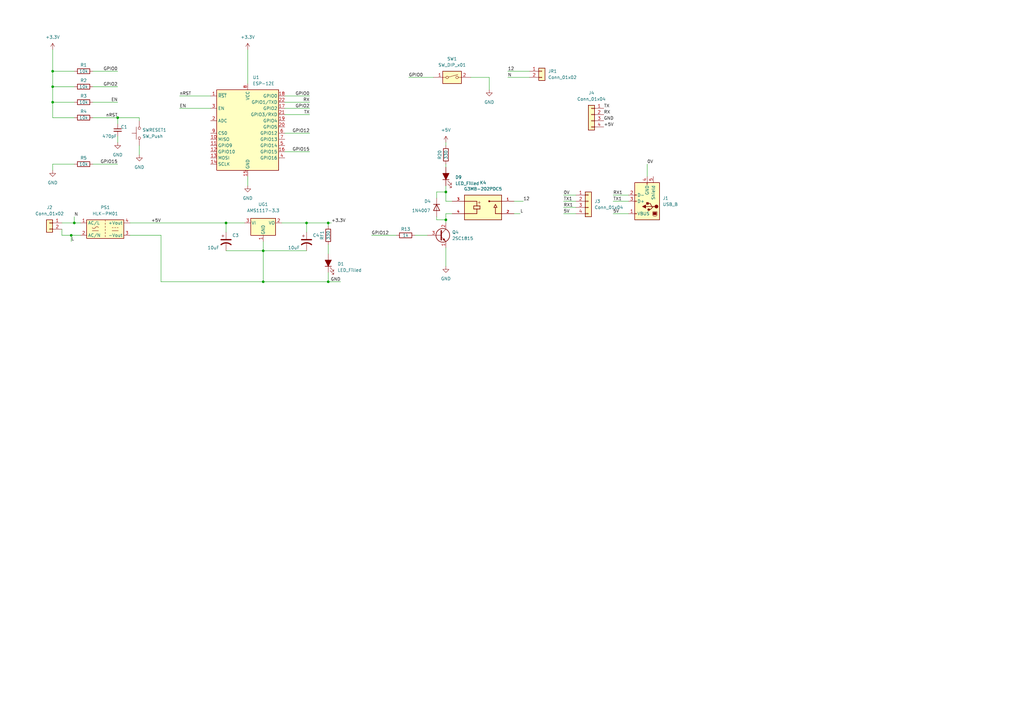
<source format=kicad_sch>
(kicad_sch (version 20211123) (generator eeschema)
  (paper "A3")
  (lib_symbols
    (symbol "Connector:USB_B" (pin_names (offset 1.016))
      (property "Reference" "J" (at -5.08 11.43 0))
      (property "Value" "USB_B" (at -5.08 8.89 0))
      (symbol "USB_B_0_1"
        (rectangle (start -5.08 -7.62) (end 5.08 7.62) (stroke (width 0.254)) (fill (type background)))
        (circle (center -3.81 2.159) (radius 0.635) (stroke (width 0.254)) (fill (type outline)))
        (rectangle (start -3.81 5.588) (end -2.54 4.572) (fill (type outline)))
        (circle (center -0.635 3.429) (radius 0.381) (stroke (width 0.254)) (fill (type outline)))
        (rectangle (start -0.127 -7.62) (end 0.127 -6.858))
        (polyline (pts (xy -1.905 2.159) (xy 0.635 2.159)) (stroke (width 0.254)))
        (polyline (pts (xy -3.175 2.159) (xy -2.54 2.159) (xy -1.27 3.429) (xy -0.635 3.429)) (stroke (width 0.254)))
        (polyline (pts (xy -2.54 2.159) (xy -1.905 2.159) (xy -1.27 0.889) (xy 0 0.889)) (stroke (width 0.254)))
        (polyline (pts (xy 0.635 2.794) (xy 0.635 1.524) (xy 1.905 2.159) (xy 0.635 2.794)) (stroke (width 0.254)) (fill (type outline)))
        (polyline (pts (xy -4.064 4.318) (xy -2.286 4.318) (xy -2.286 5.715) (xy -2.667 6.096) (xy -3.683 6.096) (xy -4.064 5.715) (xy -4.064 4.318)))
        (rectangle (start 0.254 1.27) (end -0.508 0.508) (stroke (width 0.254)) (fill (type outline)))
        (rectangle (start 5.08 -2.667) (end 4.318 -2.413))
        (rectangle (start 5.08 -0.127) (end 4.318 0.127))
        (rectangle (start 5.08 4.953) (end 4.318 5.207))
      )
      (symbol "USB_B_1_1"
        (pin power_out line (at 7.62 5.08 180) (length 2.54) (name "VBUS") (number "1"))
        (pin bidirectional line (at 7.62 -2.54 180) (length 2.54) (name "D-") (number "2"))
        (pin bidirectional line (at 7.62 0 180) (length 2.54) (name "D+") (number "3"))
        (pin power_out line (at 0 -10.16 90) (length 2.54) (name "GND") (number "4"))
        (pin passive line (at -2.54 -10.16 90) (length 2.54) (name "Shield") (number "5"))
      )
    )
    (symbol "Connector_Generic:Conn_01x02" (pin_names (offset 1.016) hide)
      (property "Reference" "J" (at 0 2.54 0))
      (property "Value" "Conn_01x02" (at 0 -5.08 0))
      (symbol "Conn_01x02_1_1"
        (rectangle (start -1.27 -2.413) (end 0 -2.667) (stroke (width 0.1524)))
        (rectangle (start -1.27 0.127) (end 0 -0.127) (stroke (width 0.1524)))
        (rectangle (start -1.27 1.27) (end 1.27 -3.81) (stroke (width 0.254)) (fill (type background)))
        (pin passive line (at -5.08 0 0) (length 3.81) (name "Pin_1") (number "1"))
        (pin passive line (at -5.08 -2.54 0) (length 3.81) (name "Pin_2") (number "2"))
      )
    )
    (symbol "Connector_Generic:Conn_01x04" (pin_names (offset 1.016) hide)
      (property "Reference" "J" (at 0 5.08 0))
      (property "Value" "Conn_01x04" (at 0 -7.62 0))
      (symbol "Conn_01x04_1_1"
        (rectangle (start -1.27 -4.953) (end 0 -5.207) (stroke (width 0.1524)))
        (rectangle (start -1.27 -2.413) (end 0 -2.667) (stroke (width 0.1524)))
        (rectangle (start -1.27 0.127) (end 0 -0.127) (stroke (width 0.1524)))
        (rectangle (start -1.27 2.667) (end 0 2.413) (stroke (width 0.1524)))
        (rectangle (start -1.27 3.81) (end 1.27 -6.35) (stroke (width 0.254)) (fill (type background)))
        (pin passive line (at -5.08 2.54 0) (length 3.81) (name "Pin_1") (number "1"))
        (pin passive line (at -5.08 0 0) (length 3.81) (name "Pin_2") (number "2"))
        (pin passive line (at -5.08 -2.54 0) (length 3.81) (name "Pin_3") (number "3"))
        (pin passive line (at -5.08 -5.08 0) (length 3.81) (name "Pin_4") (number "4"))
      )
    )
    (symbol "Converter_ACDC:HLK-PM01"
      (property "Reference" "PS" (at 0 5.08 0))
      (property "Value" "HLK-PM01" (at 0 -5.08 0))
      (symbol "HLK-PM01_0_1"
        (rectangle (start -7.62 3.81) (end 7.62 -3.81) (stroke (width 0.254)) (fill (type background)))
        (arc (start -5.334 0.635) (mid -4.699 0.2495) (end -4.064 0.635))
        (arc (start -2.794 0.635) (mid -3.429 1.0072) (end -4.064 0.635))
        (polyline (pts (xy -5.334 -0.635) (xy -2.794 -0.635)))
        (polyline (pts (xy 0 -2.54) (xy 0 -3.175)))
        (polyline (pts (xy 0 -1.27) (xy 0 -1.905)))
        (polyline (pts (xy 0 0) (xy 0 -0.635)))
        (polyline (pts (xy 0 1.27) (xy 0 0.635)))
        (polyline (pts (xy 0 2.54) (xy 0 1.905)))
        (polyline (pts (xy 0 3.81) (xy 0 3.175)))
        (polyline (pts (xy 2.794 -0.635) (xy 5.334 -0.635)))
        (polyline (pts (xy 2.794 0.635) (xy 3.302 0.635)))
        (polyline (pts (xy 3.81 0.635) (xy 4.318 0.635)))
        (polyline (pts (xy 4.826 0.635) (xy 5.334 0.635)))
      )
      (symbol "HLK-PM01_1_1"
        (pin power_in line (at -10.16 2.54 0) (length 2.54) (name "AC/L") (number "1"))
        (pin power_in line (at -10.16 -2.54 0) (length 2.54) (name "AC/N") (number "2"))
        (pin power_out line (at 10.16 -2.54 180) (length 2.54) (name "-Vout") (number "3"))
        (pin power_out line (at 10.16 2.54 180) (length 2.54) (name "+Vout") (number "4"))
      )
    )
    (symbol "Device:C_Polarized_US" (pin_numbers hide) (pin_names (offset 0.254) hide)
      (property "Reference" "C" (at 0.635 2.54 0))
      (property "Value" "C_Polarized_US" (at 0.635 -2.54 0))
      (symbol "C_Polarized_US_0_1"
        (polyline (pts (xy -2.032 0.762) (xy 2.032 0.762)) (stroke (width 0.508)))
        (polyline (pts (xy -1.778 2.286) (xy -0.762 2.286)))
        (polyline (pts (xy -1.27 1.778) (xy -1.27 2.794)))
        (arc (start 2.032 -1.27) (mid 0 -0.5572) (end -2.032 -1.27) (stroke (width 0.508)))
      )
      (symbol "C_Polarized_US_1_1"
        (pin passive line (at 0 3.81 270) (length 2.794) (name "~") (number "1"))
        (pin passive line (at 0 -3.81 90) (length 3.302) (name "~") (number "2"))
      )
    )
    (symbol "Device:C_Small" (pin_numbers hide) (pin_names (offset 0.254) hide)
      (property "Reference" "C" (at 0.254 1.778 0))
      (property "Value" "C_Small" (at 0.254 -2.032 0))
      (symbol "C_Small_0_1"
        (polyline (pts (xy -1.524 -0.508) (xy 1.524 -0.508)) (stroke (width 0.3302)))
        (polyline (pts (xy -1.524 0.508) (xy 1.524 0.508)) (stroke (width 0.3048)))
      )
      (symbol "C_Small_1_1"
        (pin passive line (at 0 2.54 270) (length 2.032) (name "~") (number "1"))
        (pin passive line (at 0 -2.54 90) (length 2.032) (name "~") (number "2"))
      )
    )
    (symbol "Device:LED_Filled" (pin_numbers hide) (pin_names (offset 1.016) hide)
      (property "Reference" "D" (at 0 2.54 0))
      (property "Value" "LED_Filled" (at 0 -2.54 0))
      (symbol "LED_Filled_0_1"
        (polyline (pts (xy -1.27 -1.27) (xy -1.27 1.27)) (stroke (width 0.254)))
        (polyline (pts (xy -1.27 0) (xy 1.27 0)))
        (polyline (pts (xy 1.27 -1.27) (xy 1.27 1.27) (xy -1.27 0) (xy 1.27 -1.27)) (stroke (width 0.254)) (fill (type outline)))
        (polyline (pts (xy -3.048 -0.762) (xy -4.572 -2.286) (xy -3.81 -2.286) (xy -4.572 -2.286) (xy -4.572 -1.524)))
        (polyline (pts (xy -1.778 -0.762) (xy -3.302 -2.286) (xy -2.54 -2.286) (xy -3.302 -2.286) (xy -3.302 -1.524)))
      )
      (symbol "LED_Filled_1_1"
        (pin passive line (at -3.81 0 0) (length 2.54) (name "K") (number "1"))
        (pin passive line (at 3.81 0 180) (length 2.54) (name "A") (number "2"))
      )
    )
    (symbol "Device:R" (pin_numbers hide) (pin_names (offset 0))
      (property "Reference" "R" (at 2.032 0 90))
      (property "Value" "R" (at 0 0 90))
      (symbol "R_0_1"
        (rectangle (start -1.016 -2.54) (end 1.016 2.54) (stroke (width 0.254)))
      )
      (symbol "R_1_1"
        (pin passive line (at 0 3.81 270) (length 1.27) (name "~") (number "1"))
        (pin passive line (at 0 -3.81 90) (length 1.27) (name "~") (number "2"))
      )
    )
    (symbol "Diode:1N4007" (pin_numbers hide) (pin_names hide)
      (property "Reference" "D" (at 0 2.54 0))
      (property "Value" "1N4007" (at 0 -2.54 0))
      (symbol "1N4007_0_1"
        (polyline (pts (xy -1.27 1.27) (xy -1.27 -1.27)) (stroke (width 0.254)))
        (polyline (pts (xy 1.27 0) (xy -1.27 0)))
        (polyline (pts (xy 1.27 1.27) (xy 1.27 -1.27) (xy -1.27 0) (xy 1.27 1.27)) (stroke (width 0.254)))
      )
      (symbol "1N4007_1_1"
        (pin passive line (at -3.81 0 0) (length 2.54) (name "K") (number "1"))
        (pin passive line (at 3.81 0 180) (length 2.54) (name "A") (number "2"))
      )
    )
    (symbol "G3MB-202PDC5:G3MB-202PDC5" (pin_names (offset 1.016) hide)
      (property "Reference" "K" (at -7.62 6.35 0))
      (property "Value" "G3MB-202PDC5" (at -7.62 -6.35 0))
      (symbol "G3MB-202PDC5_0_0"
        (rectangle (start -7.62 -5.08) (end 7.62 5.08) (stroke (width 0.254)) (fill (type background)))
        (polyline (pts (xy -7.62 -2.54) (xy -2.54 -2.54)) (stroke (width 0.254)))
        (polyline (pts (xy -7.62 2.54) (xy -2.54 2.54)) (stroke (width 0.254)))
        (polyline (pts (xy -3.81 -0.635) (xy -3.81 0.635)) (stroke (width 0.254)))
        (polyline (pts (xy -3.81 0.635) (xy -2.54 0.635)) (stroke (width 0.254)))
        (polyline (pts (xy -2.54 -0.635) (xy -3.81 -0.635)) (stroke (width 0.254)))
        (polyline (pts (xy -2.54 -0.635) (xy -2.54 -2.54)) (stroke (width 0.254)))
        (polyline (pts (xy -2.54 0.635) (xy -1.27 0.635)) (stroke (width 0.254)))
        (polyline (pts (xy -2.54 2.54) (xy -2.54 0.635)) (stroke (width 0.254)))
        (polyline (pts (xy -2.032 2.032) (xy -1.016 2.032)) (stroke (width 0.127)))
        (polyline (pts (xy -1.524 2.54) (xy -1.524 1.524)) (stroke (width 0.127)))
        (polyline (pts (xy -1.27 -0.635) (xy -2.54 -0.635)) (stroke (width 0.254)))
        (polyline (pts (xy -1.27 0.635) (xy -1.27 -0.635)) (stroke (width 0.254)))
        (polyline (pts (xy 5.08 -2.54) (xy 5.08 0)) (stroke (width 0.254)))
        (polyline (pts (xy 7.62 -2.54) (xy 5.08 -2.54)) (stroke (width 0.254)))
        (polyline (pts (xy 7.62 2.54) (xy 2.54 2.54)) (stroke (width 0.254)))
        (polyline (pts (xy 4.445 0) (xy 5.715 0) (xy 5.08 1.27) (xy 4.445 0)) (stroke (width 0.254)) (fill (type background)))
        (circle (center 2.54 2.54) (radius 0.254) (stroke (width 0.254)))
        (pin passive line (at 12.7 2.54 180) (length 5.08) (name "~") (number "1"))
        (pin passive line (at 12.7 -2.54 180) (length 5.08) (name "~") (number "2"))
        (pin passive line (at -12.7 2.54 0) (length 5.08) (name "~") (number "3"))
        (pin passive line (at -12.7 -2.54 0) (length 5.08) (name "~") (number "4"))
      )
    )
    (symbol "RF_Module:ESP-12E"
      (property "Reference" "U" (at -12.7 19.05 0))
      (property "Value" "ESP-12E" (at 12.7 19.05 0))
      (symbol "ESP-12E_0_1"
        (rectangle (start -12.7 17.78) (end 12.7 -15.24) (stroke (width 0.254)) (fill (type background)))
      )
      (symbol "ESP-12E_1_1"
        (pin input line (at -15.24 15.24 0) (length 2.54) (name "~{RST}") (number "1"))
        (pin bidirectional line (at -15.24 -2.54 0) (length 2.54) (name "MISO") (number "10"))
        (pin bidirectional line (at -15.24 -5.08 0) (length 2.54) (name "GPIO9") (number "11"))
        (pin bidirectional line (at -15.24 -7.62 0) (length 2.54) (name "GPIO10") (number "12"))
        (pin bidirectional line (at -15.24 -10.16 0) (length 2.54) (name "MOSI") (number "13"))
        (pin bidirectional line (at -15.24 -12.7 0) (length 2.54) (name "SCLK") (number "14"))
        (pin power_in line (at 0 -17.78 90) (length 2.54) (name "GND") (number "15"))
        (pin bidirectional line (at 15.24 -7.62 180) (length 2.54) (name "GPIO15") (number "16"))
        (pin bidirectional line (at 15.24 10.16 180) (length 2.54) (name "GPIO2") (number "17"))
        (pin bidirectional line (at 15.24 15.24 180) (length 2.54) (name "GPIO0") (number "18"))
        (pin bidirectional line (at 15.24 5.08 180) (length 2.54) (name "GPIO4") (number "19"))
        (pin input line (at -15.24 5.08 0) (length 2.54) (name "ADC") (number "2"))
        (pin bidirectional line (at 15.24 2.54 180) (length 2.54) (name "GPIO5") (number "20"))
        (pin bidirectional line (at 15.24 7.62 180) (length 2.54) (name "GPIO3/RXD") (number "21"))
        (pin bidirectional line (at 15.24 12.7 180) (length 2.54) (name "GPIO1/TXD") (number "22"))
        (pin input line (at -15.24 10.16 0) (length 2.54) (name "EN") (number "3"))
        (pin bidirectional line (at 15.24 -10.16 180) (length 2.54) (name "GPIO16") (number "4"))
        (pin bidirectional line (at 15.24 -5.08 180) (length 2.54) (name "GPIO14") (number "5"))
        (pin bidirectional line (at 15.24 0 180) (length 2.54) (name "GPIO12") (number "6"))
        (pin bidirectional line (at 15.24 -2.54 180) (length 2.54) (name "GPIO13") (number "7"))
        (pin power_in line (at 0 20.32 270) (length 2.54) (name "VCC") (number "8"))
        (pin input line (at -15.24 0 0) (length 2.54) (name "CS0") (number "9"))
      )
    )
    (symbol "Regulator_Linear:AMS1117-3.3" (pin_names (offset 0.254))
      (property "Reference" "U" (at -3.81 3.175 0))
      (property "Value" "AMS1117-3.3" (at 0 3.175 0))
      (symbol "AMS1117-3.3_0_1"
        (rectangle (start -5.08 -5.08) (end 5.08 1.905) (stroke (width 0.254)) (fill (type background)))
      )
      (symbol "AMS1117-3.3_1_1"
        (pin power_in line (at 0 -7.62 90) (length 2.54) (name "GND") (number "1"))
        (pin power_out line (at 7.62 0 180) (length 2.54) (name "VO") (number "2"))
        (pin power_in line (at -7.62 0 0) (length 2.54) (name "VI") (number "3"))
      )
    )
    (symbol "Switch:SW_DIP_x01" (pin_names (offset 0) hide)
      (property "Reference" "SW" (at 0 3.81 0))
      (property "Value" "SW_DIP_x01" (at 0 -3.81 0))
      (symbol "SW_DIP_x01_0_0"
        (circle (center -2.032 0) (radius 0.508))
        (polyline (pts (xy -1.524 0.127) (xy 2.3622 1.1684)))
        (circle (center 2.032 0) (radius 0.508))
      )
      (symbol "SW_DIP_x01_0_1"
        (rectangle (start -3.81 2.54) (end 3.81 -2.54) (stroke (width 0.254)) (fill (type background)))
      )
      (symbol "SW_DIP_x01_1_1"
        (pin passive line (at -7.62 0 0) (length 5.08) (name "~") (number "1"))
        (pin passive line (at 7.62 0 180) (length 5.08) (name "~") (number "2"))
      )
    )
    (symbol "Switch:SW_Push" (pin_numbers hide) (pin_names (offset 1.016) hide)
      (property "Reference" "SW" (at 1.27 2.54 0))
      (property "Value" "SW_Push" (at 0 -1.524 0))
      (symbol "SW_Push_0_1"
        (circle (center -2.032 0) (radius 0.508))
        (polyline (pts (xy 0 1.27) (xy 0 3.048)))
        (polyline (pts (xy 2.54 1.27) (xy -2.54 1.27)))
        (circle (center 2.032 0) (radius 0.508))
        (pin passive line (at -5.08 0 0) (length 2.54) (name "1") (number "1"))
        (pin passive line (at 5.08 0 180) (length 2.54) (name "2") (number "2"))
      )
    )
    (symbol "Transistor_BJT:2SC1815" (pin_names (offset 0) hide)
      (property "Reference" "Q" (at 5.08 1.905 0))
      (property "Value" "2SC1815" (at 5.08 0 0))
      (symbol "2SC1815_0_1"
        (polyline (pts (xy 0 0) (xy 0.508 0)))
        (polyline (pts (xy 0.635 0.635) (xy 2.54 2.54)))
        (polyline (pts (xy 0.635 -0.635) (xy 2.54 -2.54) (xy 2.54 -2.54)))
        (polyline (pts (xy 0.635 1.905) (xy 0.635 -1.905) (xy 0.635 -1.905)) (stroke (width 0.508)))
        (polyline (pts (xy 1.27 -1.778) (xy 1.778 -1.27) (xy 2.286 -2.286) (xy 1.27 -1.778) (xy 1.27 -1.778)) (fill (type outline)))
        (circle (center 1.27 0) (radius 2.8194) (stroke (width 0.254)))
      )
      (symbol "2SC1815_1_1"
        (pin passive line (at 2.54 -5.08 90) (length 2.54) (name "E") (number "1"))
        (pin passive line (at 2.54 5.08 270) (length 2.54) (name "C") (number "2"))
        (pin input line (at -5.08 0 0) (length 5.08) (name "B") (number "3"))
      )
    )
    (symbol "power:+3.3V" (power) (pin_names (offset 0))
      (property "Value" "+3.3V" (at 0 3.556 0))
      (symbol "+3.3V_0_1"
        (polyline (pts (xy -0.762 1.27) (xy 0 2.54)))
        (polyline (pts (xy 0 0) (xy 0 2.54)))
        (polyline (pts (xy 0 2.54) (xy 0.762 1.27)))
      )
      (symbol "+3.3V_1_1"
        (pin power_in line (at 0 0 90) (length 0) hide (name "+3.3V") (number "1"))
      )
    )
    (symbol "power:+5V" (power) (pin_names (offset 0))
      (property "Value" "+5V" (at 0 3.556 0))
      (symbol "+5V_0_1"
        (polyline (pts (xy -0.762 1.27) (xy 0 2.54)))
        (polyline (pts (xy 0 0) (xy 0 2.54)))
        (polyline (pts (xy 0 2.54) (xy 0.762 1.27)))
      )
      (symbol "+5V_1_1"
        (pin power_in line (at 0 0 90) (length 0) hide (name "+5V") (number "1"))
      )
    )
    (symbol "power:GND" (power) (pin_names (offset 0))
      (property "Value" "GND" (at 0 -3.81 0))
      (symbol "GND_0_1"
        (polyline (pts (xy 0 0) (xy 0 -1.27) (xy 1.27 -1.27) (xy 0 -2.54) (xy -1.27 -1.27) (xy 0 -1.27)))
      )
      (symbol "GND_1_1"
        (pin power_in line (at 0 0 270) (length 0) hide (name "GND") (number "1"))
      )
    )
  )
  (junction (at 92.71 91.44))
  (junction (at 21.59 41.91))
  (junction (at 29.21 96.52))
  (junction (at 125.73 91.44))
  (junction (at 107.95 115.57))
  (junction (at 107.95 102.87))
  (junction (at 134.62 115.57))
  (junction (at 182.88 78.74))
  (junction (at 21.59 29.21))
  (junction (at 30.48 91.44))
  (junction (at 48.26 48.26))
  (junction (at 21.59 35.56))
  (junction (at 182.88 90.17))
  (junction (at 134.62 91.44))
  (wire (pts (xy 179.07 81.28) (xy 179.07 78.74)))
  (wire (pts (xy 107.95 102.87) (xy 107.95 99.06)))
  (wire (pts (xy 66.04 115.57) (xy 66.04 96.52)))
  (wire (pts (xy 210.82 82.55) (xy 214.63 82.55)))
  (wire (pts (xy 116.84 54.61) (xy 127 54.61)))
  (wire (pts (xy 25.4 96.52) (xy 29.21 96.52)))
  (wire (pts (xy 179.07 90.17) (xy 182.88 90.17)))
  (wire (pts (xy 57.15 59.69) (xy 57.15 63.5)))
  (wire (pts (xy 92.71 95.25) (xy 92.71 91.44)))
  (wire (pts (xy 182.88 58.42) (xy 182.88 59.69)))
  (wire (pts (xy 231.14 85.09) (xy 236.22 85.09)))
  (wire (pts (xy 179.07 78.74) (xy 182.88 78.74)))
  (wire (pts (xy 182.88 87.63) (xy 182.88 90.17)))
  (wire (pts (xy 73.66 44.45) (xy 86.36 44.45)))
  (wire (pts (xy 182.88 101.6) (xy 182.88 109.22)))
  (wire (pts (xy 251.46 87.63) (xy 257.81 87.63)))
  (wire (pts (xy 21.59 41.91) (xy 21.59 35.56)))
  (wire (pts (xy 134.62 115.57) (xy 139.7 115.57)))
  (wire (pts (xy 208.28 31.75) (xy 217.17 31.75)))
  (wire (pts (xy 134.62 91.44) (xy 134.62 92.71)))
  (wire (pts (xy 92.71 91.44) (xy 100.33 91.44)))
  (wire (pts (xy 53.34 91.44) (xy 92.71 91.44)))
  (wire (pts (xy 66.04 115.57) (xy 107.95 115.57)))
  (wire (pts (xy 25.4 96.52) (xy 25.4 93.98)))
  (wire (pts (xy 208.28 29.21) (xy 217.17 29.21)))
  (wire (pts (xy 116.84 44.45) (xy 127 44.45)))
  (wire (pts (xy 38.1 67.31) (xy 48.26 67.31)))
  (wire (pts (xy 193.04 31.75) (xy 200.66 31.75)))
  (wire (pts (xy 134.62 111.76) (xy 134.62 115.57)))
  (wire (pts (xy 53.34 96.52) (xy 66.04 96.52)))
  (wire (pts (xy 107.95 102.87) (xy 125.73 102.87)))
  (wire (pts (xy 134.62 91.44) (xy 135.89 91.44)))
  (wire (pts (xy 38.1 48.26) (xy 48.26 48.26)))
  (wire (pts (xy 25.4 91.44) (xy 30.48 91.44)))
  (wire (pts (xy 182.88 76.2) (xy 182.88 78.74)))
  (wire (pts (xy 30.48 88.9) (xy 30.48 91.44)))
  (wire (pts (xy 170.18 96.52) (xy 175.26 96.52)))
  (wire (pts (xy 185.42 87.63) (xy 182.88 87.63)))
  (wire (pts (xy 29.21 96.52) (xy 33.02 96.52)))
  (wire (pts (xy 251.46 82.55) (xy 257.81 82.55)))
  (wire (pts (xy 182.88 82.55) (xy 182.88 78.74)))
  (wire (pts (xy 101.6 72.39) (xy 101.6 76.2)))
  (wire (pts (xy 21.59 48.26) (xy 21.59 41.91)))
  (wire (pts (xy 185.42 82.55) (xy 182.88 82.55)))
  (wire (pts (xy 38.1 29.21) (xy 48.26 29.21)))
  (wire (pts (xy 30.48 35.56) (xy 21.59 35.56)))
  (wire (pts (xy 30.48 91.44) (xy 33.02 91.44)))
  (wire (pts (xy 210.82 87.63) (xy 213.36 87.63)))
  (wire (pts (xy 107.95 115.57) (xy 107.95 102.87)))
  (wire (pts (xy 21.59 69.85) (xy 21.59 67.31)))
  (wire (pts (xy 251.46 80.01) (xy 257.81 80.01)))
  (wire (pts (xy 116.84 62.23) (xy 127 62.23)))
  (wire (pts (xy 116.84 41.91) (xy 127 41.91)))
  (wire (pts (xy 21.59 29.21) (xy 30.48 29.21)))
  (wire (pts (xy 21.59 20.32) (xy 21.59 29.21)))
  (wire (pts (xy 182.88 67.31) (xy 182.88 68.58)))
  (wire (pts (xy 30.48 48.26) (xy 21.59 48.26)))
  (wire (pts (xy 48.26 48.26) (xy 48.26 50.8)))
  (wire (pts (xy 152.4 96.52) (xy 162.56 96.52)))
  (wire (pts (xy 30.48 41.91) (xy 21.59 41.91)))
  (wire (pts (xy 125.73 91.44) (xy 134.62 91.44)))
  (wire (pts (xy 265.43 67.31) (xy 265.43 72.39)))
  (wire (pts (xy 167.64 31.75) (xy 177.8 31.75)))
  (wire (pts (xy 21.59 67.31) (xy 30.48 67.31)))
  (wire (pts (xy 73.66 39.37) (xy 86.36 39.37)))
  (wire (pts (xy 231.14 82.55) (xy 236.22 82.55)))
  (wire (pts (xy 101.6 20.32) (xy 101.6 34.29)))
  (wire (pts (xy 48.26 55.88) (xy 48.26 58.42)))
  (wire (pts (xy 107.95 115.57) (xy 134.62 115.57)))
  (wire (pts (xy 21.59 35.56) (xy 21.59 29.21)))
  (wire (pts (xy 231.14 87.63) (xy 236.22 87.63)))
  (wire (pts (xy 134.62 100.33) (xy 134.62 104.14)))
  (wire (pts (xy 231.14 80.01) (xy 236.22 80.01)))
  (wire (pts (xy 182.88 90.17) (xy 182.88 91.44)))
  (wire (pts (xy 200.66 31.75) (xy 200.66 36.83)))
  (wire (pts (xy 92.71 102.87) (xy 107.95 102.87)))
  (wire (pts (xy 38.1 35.56) (xy 48.26 35.56)))
  (wire (pts (xy 179.07 88.9) (xy 179.07 90.17)))
  (wire (pts (xy 125.73 95.25) (xy 125.73 91.44)))
  (wire (pts (xy 57.15 49.53) (xy 57.15 48.26)))
  (wire (pts (xy 116.84 46.99) (xy 127 46.99)))
  (wire (pts (xy 116.84 39.37) (xy 127 39.37)))
  (wire (pts (xy 48.26 48.26) (xy 57.15 48.26)))
  (wire (pts (xy 125.73 91.44) (xy 115.57 91.44)))
  (wire (pts (xy 38.1 41.91) (xy 48.26 41.91)))
  (wire (pts (xy 29.21 99.06) (xy 29.21 96.52)))
  (label "EN" (at 73.66 44.45 0))
  (label "GPIO12" (at 127 54.61 180))
  (label "N" (at 30.48 88.9 0))
  (label "N" (at 208.28 31.75 0))
  (label "RX1" (at 231.14 85.09 0))
  (label "TX1" (at 231.14 82.55 0))
  (label "+5V" (at 247.65 52.07 0))
  (label "0V" (at 231.14 80.01 0))
  (label "TX1" (at 251.46 82.55 0))
  (label "GPIO0" (at 127 39.37 180))
  (label "GPIO15" (at 48.26 67.31 180))
  (label "RX" (at 127 41.91 180))
  (label "5V" (at 251.46 87.63 0))
  (label "GND" (at 247.65 49.53 0))
  (label "+5V" (at 66.04 91.44 180))
  (label "TX" (at 127 46.99 180))
  (label "12" (at 208.28 29.21 0))
  (label "GPIO2" (at 48.26 35.56 180))
  (label "RX1" (at 251.46 80.01 0))
  (label "12" (at 214.63 82.55 0))
  (label "nRST" (at 73.66 39.37 0))
  (label "5V" (at 231.14 87.63 0))
  (label "0V" (at 265.43 67.31 0))
  (label "EN" (at 48.26 41.91 180))
  (label "RX" (at 247.65 46.99 0))
  (label "GPIO0" (at 48.26 29.21 180))
  (label "GPIO12" (at 152.4 96.52 0))
  (label "L" (at 213.36 87.63 0))
  (label "GPIO0" (at 167.64 31.75 0))
  (label "nRST" (at 48.26 48.26 180))
  (label "GPIO2" (at 127 44.45 180))
  (label "GND" (at 139.7 115.57 180))
  (label "TX" (at 247.65 44.45 0))
  (label "+3.3V" (at 135.89 91.44 0))
  (label "L" (at 29.21 99.06 0))
  (label "GPIO15" (at 127 62.23 180))
  (symbol (lib_id "Device:R") (at 34.29 29.21 90) (unit 1)
    (property "Reference" "R1" (at 34.29 26.67 90))
    (property "Value" "10k" (at 34.29 29.21 90))
    (property "Footprint" "Resistor_THT:R_Axial_DIN0207_L6.3mm_D2.5mm_P10.16mm_Horizontal" (effects hide))
  )
  (symbol (lib_id "power:GND") (at 48.26 58.42 0) (unit 1)
    (property "Reference" "#PWR0108" (effects hide))
    (property "Value" "GND" (at 48.26 63.5 0))
  )
  (symbol (lib_id "Transistor_BJT:2SC1815") (at 180.34 96.52 0) (unit 1)
    (property "Reference" "Q4" (at 185.42 95.2499 0) (effects (justify left)))
    (property "Value" "2SC1815" (at 185.42 97.7899 0) (effects (justify left)))
    (property "Footprint" "Package_TO_SOT_THT:TO-92_Inline" (effects hide))
    (property "Datasheet" "https://media.digikey.com/pdf/Data%20Sheets/Toshiba%20PDFs/2SC1815.pdf" (effects hide))
  )
  (symbol (lib_id "Device:R") (at 34.29 48.26 90) (unit 1)
    (property "Reference" "R4" (at 34.29 45.72 90))
    (property "Value" "10k" (at 34.29 48.26 90))
    (property "Footprint" "Resistor_THT:R_Axial_DIN0207_L6.3mm_D2.5mm_P10.16mm_Horizontal" (effects hide))
  )
  (symbol (lib_id "Converter_ACDC:HLK-PM01") (at 43.18 93.98 0) (unit 1)
    (property "Reference" "PS1" (at 43.18 85.09 0))
    (property "Value" "HLK-PM01" (at 43.18 87.63 0))
    (property "Footprint" "Converter_ACDC:Converter_ACDC_HiLink_HLK-PMxx" (effects hide))
    (property "Datasheet" "http://www.hlktech.net/product_detail.php?ProId=54" (effects hide))
  )
  (symbol (lib_id "Connector_Generic:Conn_01x04") (at 242.57 46.99 0) (mirror y) (unit 1)
    (property "Reference" "J4" (at 242.57 38.1 0))
    (property "Value" "Conn_01x04" (at 242.57 40.64 0))
    (property "Footprint" "Connector_PinSocket_2.54mm:PinSocket_1x04_P2.54mm_Vertical" (effects hide))
  )
  (symbol (lib_id "Device:R") (at 182.88 63.5 180) (unit 1)
    (property "Reference" "R20" (at 180.34 63.5 90))
    (property "Value" "330" (at 182.88 63.5 90))
    (property "Footprint" "Resistor_THT:R_Axial_DIN0207_L6.3mm_D2.5mm_P10.16mm_Horizontal" (effects hide))
  )
  (symbol (lib_id "Switch:SW_Push") (at 57.15 54.61 90) (mirror x) (unit 1)
    (property "Reference" "SWRESET1" (at 58.42 53.3399 90) (effects (justify right)))
    (property "Value" "SW_Push" (at 58.42 55.8799 90) (effects (justify right)))
    (property "Footprint" "Button_Switch_THT:SW_Tactile_SPST_Angled_PTS645Vx39-2LFS" (effects hide))
  )
  (symbol (lib_id "power:GND") (at 21.59 69.85 0) (unit 1)
    (property "Reference" "#PWR0102" (effects hide))
    (property "Value" "GND" (at 21.59 74.93 0))
  )
  (symbol (lib_id "power:GND") (at 57.15 63.5 0) (unit 1)
    (property "Reference" "#PWR0107" (effects hide))
    (property "Value" "GND" (at 57.15 68.58 0))
  )
  (symbol (lib_id "Device:R") (at 34.29 67.31 90) (unit 1)
    (property "Reference" "R5" (at 34.29 64.77 90))
    (property "Value" "10k" (at 34.29 67.31 90))
    (property "Footprint" "Resistor_THT:R_Axial_DIN0207_L6.3mm_D2.5mm_P10.16mm_Horizontal" (effects hide))
  )
  (symbol (lib_id "Switch:SW_DIP_x01") (at 185.42 31.75 0) (unit 1)
    (property "Reference" "SW1" (at 185.42 24.13 0))
    (property "Value" "SW_DIP_x01" (at 185.42 26.67 0))
    (property "Footprint" "Connector_PinHeader_2.54mm:PinHeader_1x02_P2.54mm_Vertical" (effects hide))
  )
  (symbol (lib_id "Device:LED_Filled") (at 134.62 107.95 90) (unit 1)
    (property "Reference" "D1" (at 138.43 108.2674 90) (effects (justify right)))
    (property "Value" "LED_Filled" (at 138.43 110.8074 90) (effects (justify right)))
    (property "Footprint" "LED_THT:LED_D3.0mm" (effects hide))
  )
  (symbol (lib_id "Device:R") (at 34.29 35.56 90) (unit 1)
    (property "Reference" "R2" (at 34.29 33.02 90))
    (property "Value" "10k" (at 34.29 35.56 90))
    (property "Footprint" "Resistor_THT:R_Axial_DIN0207_L6.3mm_D2.5mm_P10.16mm_Horizontal" (effects hide))
  )
  (symbol (lib_id "power:+3.3V") (at 21.59 20.32 0) (unit 1)
    (property "Reference" "#PWR0101" (effects hide))
    (property "Value" "+3.3V" (at 21.59 15.24 0))
  )
  (symbol (lib_id "Connector_Generic:Conn_01x02") (at 20.32 91.44 0) (mirror y) (unit 1)
    (property "Reference" "J2" (at 20.32 85.09 0))
    (property "Value" "Conn_01x02" (at 20.32 87.63 0))
    (property "Footprint" "Connector_Phoenix_MC:PhoenixContact_MC_1,5_2-G-3.81_1x02_P3.81mm_Horizontal" (effects hide))
  )
  (symbol (lib_id "Device:R") (at 134.62 96.52 180) (unit 1)
    (property "Reference" "RF1" (at 132.08 96.52 90))
    (property "Value" "330" (at 134.62 96.52 90))
    (property "Footprint" "Resistor_THT:R_Axial_DIN0207_L6.3mm_D2.5mm_P10.16mm_Horizontal" (effects hide))
  )
  (symbol (lib_id "Regulator_Linear:AMS1117-3.3") (at 107.95 91.44 0) (unit 1)
    (property "Reference" "UG1" (at 107.95 83.82 0))
    (property "Value" "AMS1117-3.3" (at 107.95 86.36 0))
    (property "Footprint" "Package_TO_SOT_SMD:SOT-223-3_TabPin2" (effects hide))
    (property "Datasheet" "http://www.advanced-monolithic.com/pdf/ds1117.pdf" (effects hide))
  )
  (symbol (lib_id "Connector_Generic:Conn_01x04") (at 241.3 82.55 0) (unit 1)
    (property "Reference" "J3" (at 243.84 82.5499 0) (effects (justify left)))
    (property "Value" "Conn_01x04" (at 243.84 85.0899 0) (effects (justify left)))
    (property "Footprint" "Connector_PinSocket_2.54mm:PinSocket_1x04_P2.54mm_Vertical" (effects hide))
  )
  (symbol (lib_id "Device:R") (at 166.37 96.52 90) (unit 1)
    (property "Reference" "R13" (at 166.37 93.98 90))
    (property "Value" "1k" (at 166.37 96.52 90))
    (property "Footprint" "Resistor_THT:R_Axial_DIN0207_L6.3mm_D2.5mm_P10.16mm_Horizontal" (effects hide))
  )
  (symbol (lib_id "Device:LED_Filled") (at 182.88 72.39 90) (unit 1)
    (property "Reference" "D9" (at 186.69 72.7074 90) (effects (justify right)))
    (property "Value" "LED_Filled" (at 186.69 75.2474 90) (effects (justify right)))
    (property "Footprint" "LED_THT:LED_D3.0mm" (effects hide))
  )
  (symbol (lib_id "RF_Module:ESP-12E") (at 101.6 54.61 0) (unit 1)
    (property "Reference" "U1" (at 103.6194 31.75 0) (effects (justify left)))
    (property "Value" "ESP-12E" (at 103.6194 34.29 0) (effects (justify left)))
    (property "Footprint" "RF_Module:ESP-12E" (effects hide))
    (property "Datasheet" "http://wiki.ai-thinker.com/_media/esp8266/esp8266_series_modules_user_manual_v1.1.pdf" (effects hide))
  )
  (symbol (lib_id "Device:R") (at 34.29 41.91 90) (unit 1)
    (property "Reference" "R3" (at 34.29 39.37 90))
    (property "Value" "10k" (at 34.29 41.91 90))
    (property "Footprint" "Resistor_THT:R_Axial_DIN0207_L6.3mm_D2.5mm_P10.16mm_Horizontal" (effects hide))
  )
  (symbol (lib_id "Diode:1N4007") (at 179.07 85.09 270) (unit 1)
    (property "Reference" "D4" (at 173.99 82.55 90) (effects (justify left)))
    (property "Value" "1N4007" (at 168.91 86.36 90) (effects (justify left)))
    (property "Footprint" "Diode_THT:D_DO-41_SOD81_P10.16mm_Horizontal" (effects hide))
    (property "Datasheet" "http://www.vishay.com/docs/88503/1n4001.pdf" (effects hide))
  )
  (symbol (lib_id "power:GND") (at 101.6 76.2 0) (unit 1)
    (property "Reference" "#PWR0106" (effects hide))
    (property "Value" "GND" (at 101.6 81.28 0))
  )
  (symbol (lib_id "Device:C_Polarized_US") (at 92.71 99.06 0) (unit 1)
    (property "Reference" "C3" (at 95.25 96.52 0) (effects (justify left)))
    (property "Value" "10uF" (at 85.09 101.6 0) (effects (justify left)))
    (property "Footprint" "Capacitor_THT:CP_Radial_D5.0mm_P2.50mm" (effects hide))
  )
  (symbol (lib_id "power:+3.3V") (at 101.6 20.32 0) (unit 1)
    (property "Reference" "#PWR0105" (effects hide))
    (property "Value" "+3.3V" (at 101.6 15.24 0))
  )
  (symbol (lib_id "Connector:USB_B") (at 265.43 82.55 180) (unit 1)
    (property "Reference" "J1" (at 271.78 81.2799 0) (effects (justify right)))
    (property "Value" "USB_B" (at 271.78 83.8199 0) (effects (justify right)))
    (property "Footprint" "Connector_USB:USB_B_Lumberg_2411_02_Horizontal" (effects hide))
    (property "Datasheet" " ~" (effects hide))
  )
  (symbol (lib_id "Connector_Generic:Conn_01x02") (at 222.25 29.21 0) (unit 1)
    (property "Reference" "JR1" (at 224.79 29.2099 0) (effects (justify left)))
    (property "Value" "Conn_01x02" (at 224.79 31.7499 0) (effects (justify left)))
    (property "Footprint" "Connector_Phoenix_MC:PhoenixContact_MC_1,5_2-G-3.81_1x02_P3.81mm_Horizontal" (effects hide))
  )
  (symbol (lib_id "Device:C_Small") (at 48.26 53.34 0) (unit 1)
    (property "Reference" "C1" (at 49.53 52.07 0) (effects (justify left)))
    (property "Value" "470pF" (at 41.91 55.88 0) (effects (justify left)))
    (property "Footprint" "Capacitor_THT:C_Disc_D5.0mm_W2.5mm_P5.00mm" (effects hide))
  )
  (symbol (lib_id "Device:C_Polarized_US") (at 125.73 99.06 0) (unit 1)
    (property "Reference" "C4" (at 128.27 96.52 0) (effects (justify left)))
    (property "Value" "10uF" (at 118.11 101.6 0) (effects (justify left)))
    (property "Footprint" "Capacitor_THT:CP_Radial_D5.0mm_P2.50mm" (effects hide))
  )
  (symbol (lib_id "power:GND") (at 182.88 109.22 0) (unit 1)
    (property "Reference" "#PWR0103" (effects hide))
    (property "Value" "GND" (at 182.88 114.3 0))
  )
  (symbol (lib_id "G3MB-202PDC5:G3MB-202PDC5") (at 198.12 85.09 0) (unit 1)
    (property "Reference" "K4" (at 198.12 74.93 0))
    (property "Value" "G3MB-202PDC5" (at 198.12 77.47 0))
    (property "Footprint" "G3MB-202PDC5:RELAY_G3MB-202PDC5" (effects hide))
    (property "MAXIMUM_PACKAGE_HEIGHT" "20.5mm" (effects hide))
    (property "MANUFACTURER" "OMRON" (effects hide))
    (property "PARTREV" "J091-E1-1A" (effects hide))
    (property "STANDARD" "Manufacturer Recommendations" (effects hide))
  )
  (symbol (lib_id "power:GND") (at 200.66 36.83 0) (unit 1)
    (property "Reference" "#PWR0109" (effects hide))
    (property "Value" "GND" (at 200.66 41.91 0))
  )
  (symbol (lib_id "power:+5V") (at 182.88 58.42 0) (unit 1)
    (property "Reference" "#PWR0112" (effects hide))
    (property "Value" "+5V" (at 182.88 53.34 0))
  )
)
</source>
